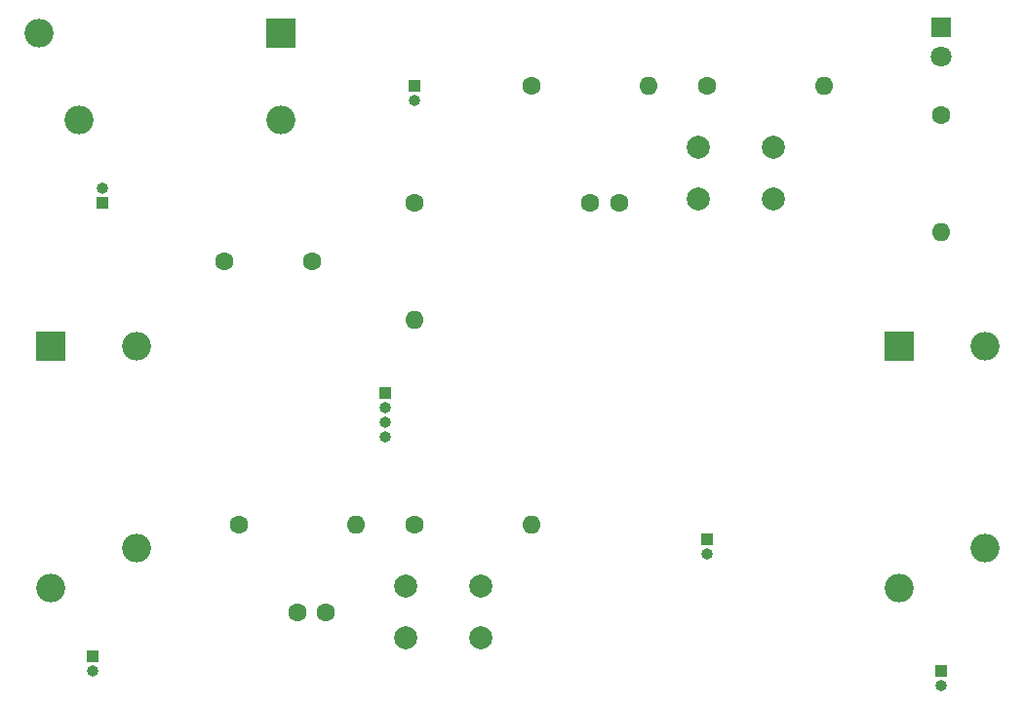
<source format=gbr>
%TF.GenerationSoftware,KiCad,Pcbnew,7.0.2*%
%TF.CreationDate,2023-06-25T21:00:02-03:00*%
%TF.ProjectId,horta,686f7274-612e-46b6-9963-61645f706362,rev?*%
%TF.SameCoordinates,Original*%
%TF.FileFunction,Soldermask,Bot*%
%TF.FilePolarity,Negative*%
%FSLAX46Y46*%
G04 Gerber Fmt 4.6, Leading zero omitted, Abs format (unit mm)*
G04 Created by KiCad (PCBNEW 7.0.2) date 2023-06-25 21:00:02*
%MOMM*%
%LPD*%
G01*
G04 APERTURE LIST*
%ADD10C,2.000000*%
%ADD11C,1.600000*%
%ADD12O,1.600000X1.600000*%
%ADD13R,2.500000X2.500000*%
%ADD14O,2.500000X2.500000*%
%ADD15R,1.000000X1.000000*%
%ADD16O,1.000000X1.000000*%
%ADD17R,1.800000X1.800000*%
%ADD18C,1.800000*%
G04 APERTURE END LIST*
D10*
%TO.C,SW2*%
X160990000Y-86070000D03*
X167490000Y-86070000D03*
X160990000Y-81570000D03*
X167490000Y-81570000D03*
%TD*%
%TO.C,SW1*%
X142090000Y-119670000D03*
X135590000Y-119670000D03*
X142090000Y-124170000D03*
X135590000Y-124170000D03*
%TD*%
D11*
%TO.C,R7*%
X182020000Y-78740000D03*
D12*
X182020000Y-88900000D03*
%TD*%
%TO.C,R6*%
X171860000Y-76200000D03*
D11*
X161700000Y-76200000D03*
%TD*%
D12*
%TO.C,R5*%
X156620000Y-76200000D03*
D11*
X146460000Y-76200000D03*
%TD*%
D12*
%TO.C,R4*%
X136300000Y-96520000D03*
D11*
X136300000Y-86360000D03*
%TD*%
%TO.C,R3*%
X119800000Y-91440000D03*
X127400000Y-91440000D03*
%TD*%
%TO.C,R2*%
X121060000Y-114300000D03*
D12*
X131220000Y-114300000D03*
%TD*%
D11*
%TO.C,R1*%
X136300000Y-114300000D03*
D12*
X146460000Y-114300000D03*
%TD*%
D13*
%TO.C,K3*%
X178362500Y-98812500D03*
D14*
X178362500Y-119812500D03*
X185862500Y-116312500D03*
X185862500Y-98812500D03*
%TD*%
D13*
%TO.C,K2*%
X124707500Y-71682500D03*
D14*
X103707500Y-71682500D03*
X107207500Y-79182500D03*
X124707500Y-79182500D03*
%TD*%
D13*
%TO.C,K1*%
X104702500Y-98812500D03*
D14*
X104702500Y-119812500D03*
X112202500Y-116312500D03*
X112202500Y-98812500D03*
%TD*%
D15*
%TO.C,J8*%
X182020000Y-127000000D03*
D16*
X182020000Y-128270000D03*
%TD*%
D15*
%TO.C,J7*%
X109220000Y-86360000D03*
D16*
X109220000Y-85090000D03*
%TD*%
D15*
%TO.C,J5*%
X133760000Y-102870000D03*
D16*
X133760000Y-104140000D03*
X133760000Y-105410000D03*
X133760000Y-106680000D03*
%TD*%
D15*
%TO.C,J4*%
X161700000Y-115570000D03*
D16*
X161700000Y-116840000D03*
%TD*%
D15*
%TO.C,J2*%
X136300000Y-76200000D03*
D16*
X136300000Y-77470000D03*
%TD*%
D15*
%TO.C,J1*%
X108360000Y-125730000D03*
D16*
X108360000Y-127000000D03*
%TD*%
D17*
%TO.C,D1*%
X182020000Y-71120000D03*
D18*
X182020000Y-73660000D03*
%TD*%
D11*
%TO.C,C2*%
X154080000Y-86360000D03*
X151580000Y-86360000D03*
%TD*%
%TO.C,C1*%
X128640000Y-121920000D03*
X126140000Y-121920000D03*
%TD*%
M02*

</source>
